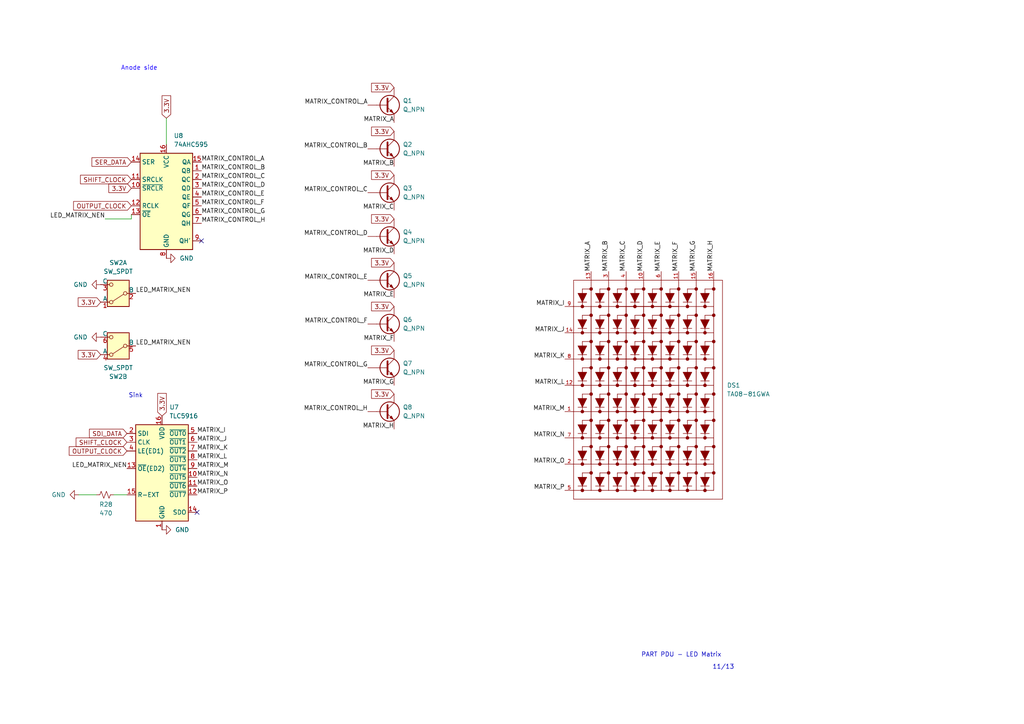
<source format=kicad_sch>
(kicad_sch (version 20250114) (generator "eeschema") (generator_version "9.0")
  (paper "A4")
  (lib_symbols
    (symbol "74xx:74AHC595"
      (property "Reference" "U" (at -7.62 13.97 0))
      (property "Value" "74AHC595" (at -7.62 -16.51 0))
      (symbol "74AHC595_1_0"
        (pin input line (at -10.16 10.16 0) (length 2.54) (name "SER") (number "14"))
        (pin input line (at -10.16 5.08 0) (length 2.54) (name "SRCLK") (number "11"))
        (pin input line (at -10.16 2.54 0) (length 2.54) (name "~{SRCLR}") (number "10"))
        (pin input line (at -10.16 -2.54 0) (length 2.54) (name "RCLK") (number "12"))
        (pin input line (at -10.16 -5.08 0) (length 2.54) (name "~{OE}") (number "13"))
        (pin power_in line (at 0 15.24 270) (length 2.54) (name "VCC") (number "16"))
        (pin power_in line (at 0 -17.78 90) (length 2.54) (name "GND") (number "8"))
        (pin tri_state line (at 10.16 10.16 180) (length 2.54) (name "QA") (number "15"))
        (pin tri_state line (at 10.16 7.62 180) (length 2.54) (name "QB") (number "1"))
        (pin tri_state line (at 10.16 5.08 180) (length 2.54) (name "QC") (number "2"))
        (pin tri_state line (at 10.16 2.54 180) (length 2.54) (name "QD") (number "3"))
        (pin tri_state line (at 10.16 0 180) (length 2.54) (name "QE") (number "4"))
        (pin tri_state line (at 10.16 -2.54 180) (length 2.54) (name "QF") (number "5"))
        (pin tri_state line (at 10.16 -5.08 180) (length 2.54) (name "QG") (number "6"))
        (pin tri_state line (at 10.16 -7.62 180) (length 2.54) (name "QH") (number "7"))
        (pin output line (at 10.16 -12.7 180) (length 2.54) (name "QH'") (number "9"))
      )
    )
    (symbol "Device:Q_NPN" (pin_numbers (hide yes)) (pin_names (offset 0) (hide yes))
      (property "Reference" "Q" (at 5.08 1.27 0))
      (property "Value" "Q_NPN" (at 5.08 -1.27 0))
      (symbol "Q_NPN_1_1"
        (pin input line (at -5.08 0 0) (length 2.54) (name "B") (number "B"))
        (pin passive line (at 2.54 5.08 270) (length 2.54) (name "C") (number "C"))
        (pin passive line (at 2.54 -5.08 90) (length 2.54) (name "E") (number "E"))
      )
    )
    (symbol "Device:R_Small_US" (pin_numbers (hide yes)) (pin_names (offset 0.254) (hide yes))
      (property "Reference" "R" (at 0.762 0.508 0))
      (property "Value" "R_Small_US" (at 0.762 -1.016 0))
      (symbol "R_Small_US_1_1"
        (pin passive line (at 0 2.54 270) (length 1.016) (name "~") (number "1"))
        (pin passive line (at 0 -2.54 90) (length 1.016) (name "~") (number "2"))
      )
    )
    (symbol "Driver_LED:TLC5916"
      (property "Reference" "U" (at -7.62 13.97 0))
      (property "Value" "TLC5916" (at -7.62 -16.51 0))
      (symbol "TLC5916_1_0"
        (pin input line (at -10.16 10.16 0) (length 2.54) (name "SDI") (number "2"))
        (pin input line (at -10.16 7.62 0) (length 2.54) (name "CLK") (number "3"))
        (pin passive line (at -10.16 5.08 0) (length 2.54) (name "LE(ED1)") (number "4"))
        (pin passive line (at -10.16 0 0) (length 2.54) (name "~{OE}(ED2)") (number "13"))
        (pin input line (at -10.16 -7.62 0) (length 2.54) (name "R-EXT") (number "15"))
        (pin power_in line (at 0 15.24 270) (length 2.54) (name "VDD") (number "16"))
        (pin power_in line (at 0 -17.78 90) (length 2.54) (name "GND") (number "1"))
        (pin open_collector line (at 10.16 10.16 180) (length 2.54) (name "~{OUT0}") (number "5"))
        (pin open_collector line (at 10.16 7.62 180) (length 2.54) (name "~{OUT1}") (number "6"))
        (pin open_collector line (at 10.16 5.08 180) (length 2.54) (name "~{OUT2}") (number "7"))
        (pin open_collector line (at 10.16 2.54 180) (length 2.54) (name "~{OUT3}") (number "8"))
        (pin open_collector line (at 10.16 0 180) (length 2.54) (name "~{OUT4}") (number "9"))
        (pin open_collector line (at 10.16 -2.54 180) (length 2.54) (name "~{OUT5}") (number "10"))
        (pin open_collector line (at 10.16 -5.08 180) (length 2.54) (name "~{OUT6}") (number "11"))
        (pin open_collector line (at 10.16 -7.62 180) (length 2.54) (name "~{OUT7}") (number "12"))
        (pin output line (at 10.16 -12.7 180) (length 2.54) (name "SDO") (number "14"))
      )
    )
    (symbol "SW_DPDT_x2_1" (pin_names (offset 0))
      (property "Reference" "SW" (at 0 5.08 0))
      (property "Value" "SW_DPDT_x2" (at 0 -5.08 0))
      (symbol "SW_DPDT_x2_1_1_1"
        (pin passive line (at -5.08 0 0) (length 2.54) (name "B") (number "2"))
        (pin passive line (at 5.08 2.54 180) (length 2.54) (name "A") (number "1"))
        (pin passive line (at 5.08 -2.54 180) (length 2.54) (name "C") (number "3"))
      )
      (symbol "SW_DPDT_x2_1_2_1"
        (pin passive line (at -5.08 0 0) (length 2.54) (name "B") (number "5"))
        (pin passive line (at 5.08 2.54 180) (length 2.54) (name "A") (number "4"))
        (pin passive line (at 5.08 -2.54 180) (length 2.54) (name "C") (number "6"))
      )
    )
    (symbol "Switch:SW_DPDT_x2" (pin_names (offset 0))
      (property "Reference" "SW" (at 0 5.08 0))
      (property "Value" "SW_DPDT_x2" (at 0 -5.08 0))
      (symbol "SW_DPDT_x2_1_1"
        (pin passive line (at -5.08 0 0) (length 2.54) (name "B") (number "2"))
        (pin passive line (at 5.08 2.54 180) (length 2.54) (name "A") (number "1"))
        (pin passive line (at 5.08 -2.54 180) (length 2.54) (name "C") (number "3"))
      )
      (symbol "SW_DPDT_x2_2_1"
        (pin passive line (at -5.08 0 0) (length 2.54) (name "B") (number "5"))
        (pin passive line (at 5.08 2.54 180) (length 2.54) (name "A") (number "4"))
        (pin passive line (at 5.08 -2.54 180) (length 2.54) (name "C") (number "6"))
      )
    )
    (symbol "TA08-81GWA:TA08-81GWA" (pin_names (offset 1.016))
      (property "Reference" "DS" (at -20.32 38.1 0))
      (property "Value" "TA08-81GWA" (at -20.32 -38.1 0))
      (symbol "TA08-81GWA_0_0"
        (pin passive line (at -22.86 22.86 0) (length 2.54) (name "~") (number "9"))
        (pin passive line (at -22.86 15.24 0) (length 2.54) (name "~") (number "14"))
        (pin passive line (at -22.86 7.62 0) (length 2.54) (name "~") (number "8"))
        (pin passive line (at -22.86 0 0) (length 2.54) (name "~") (number "12"))
        (pin passive line (at -22.86 -7.62 0) (length 2.54) (name "~") (number "1"))
        (pin passive line (at -22.86 -15.24 0) (length 2.54) (name "~") (number "7"))
        (pin passive line (at -22.86 -22.86 0) (length 2.54) (name "~") (number "2"))
        (pin passive line (at -22.86 -30.48 0) (length 2.54) (name "~") (number "5"))
        (pin passive line (at -15.24 33.02 270) (length 2.54) (name "~") (number "13"))
        (pin passive line (at -10.16 33.02 270) (length 2.54) (name "~") (number "3"))
        (pin passive line (at -5.08 33.02 270) (length 2.54) (name "~") (number "4"))
        (pin passive line (at 0 33.02 270) (length 2.54) (name "~") (number "10"))
        (pin passive line (at 5.08 33.02 270) (length 2.54) (name "~") (number "6"))
        (pin passive line (at 10.16 33.02 270) (length 2.54) (name "~") (number "11"))
        (pin passive line (at 15.24 33.02 270) (length 2.54) (name "~") (number "15"))
        (pin passive line (at 20.32 33.02 270) (length 2.54) (name "~") (number "16"))
      )
    )
    (symbol "power:GND" (power) (pin_numbers (hide yes)) (pin_names (offset 0) (hide yes))
      (property "Value" "GND" (at 0 -3.81 0))
      (symbol "GND_1_1"
        (pin power_in line (at 0 0 270) (length 0) (name "~") (number "1"))
      )
    )
  )
  (text "11/13" (at 209.804 193.548 0) (effects (font (size 1.27 1.27))))
  (text "PART PDU - LED Matrix" (at 197.612 189.992 0) (effects (font (size 1.27 1.27))))
  (text "Sink" (at 39.37 114.808 0) (effects (font (size 1.27 1.27))))
  (text "Anode side" (at 40.386 19.812 0) (effects (font (size 1.27 1.27))))
  (no_connect (at 58.42 69.85))
  (no_connect (at 57.15 148.59))
  (wire (pts (xy 33.02 143.51) (xy 36.83 143.51)))
  (wire (pts (xy 22.86 143.51) (xy 27.94 143.51)))
  (wire (pts (xy 48.26 34.29) (xy 48.26 41.91)))
  (wire (pts (xy 38.1 63.5) (xy 38.1 62.23)))
  (wire (pts (xy 30.48 63.5) (xy 38.1 63.5)))
  (label "MATRIX_N" (at 57.15 138.43 0))
  (label "MATRIX_CONTROL_D" (at 58.42 54.61 0))
  (label "MATRIX_G" (at 201.93 78.74 90))
  (label "MATRIX_L" (at 57.15 133.35 0))
  (label "MATRIX_CONTROL_E" (at 106.68 81.28 180))
  (label "MATRIX_CONTROL_H" (at 106.68 119.38 180))
  (label "LED_MATRIX_NEN" (at 30.48 63.5 180))
  (label "MATRIX_P" (at 57.15 143.51 0))
  (label "MATRIX_CONTROL_G" (at 58.42 62.23 0))
  (label "MATRIX_M" (at 163.83 119.38 180))
  (label "MATRIX_CONTROL_A" (at 106.68 30.48 180))
  (label "MATRIX_J" (at 163.83 96.52 180))
  (label "MATRIX_A" (at 171.45 78.74 90))
  (label "MATRIX_C" (at 114.3 60.96 180))
  (label "MATRIX_I" (at 57.15 125.73 0))
  (label "MATRIX_J" (at 57.15 128.27 0))
  (label "MATRIX_H" (at 207.01 78.74 90))
  (label "MATRIX_K" (at 163.83 104.14 180))
  (label "MATRIX_CONTROL_C" (at 106.68 55.88 180))
  (label "MATRIX_CONTROL_B" (at 58.42 49.53 0))
  (label "MATRIX_E" (at 191.77 78.74 90))
  (label "MATRIX_K" (at 57.15 130.81 0))
  (label "LED_MATRIX_NEN" (at 39.37 85.09 0))
  (label "MATRIX_G" (at 114.3 111.76 180))
  (label "MATRIX_CONTROL_C" (at 58.42 52.07 0))
  (label "MATRIX_I" (at 163.83 88.9 180))
  (label "MATRIX_CONTROL_F" (at 106.68 93.98 180))
  (label "MATRIX_L" (at 163.83 111.76 180))
  (label "MATRIX_CONTROL_D" (at 106.68 68.58 180))
  (label "MATRIX_B" (at 114.3 48.26 180))
  (label "MATRIX_D" (at 114.3 73.66 180))
  (label "MATRIX_F" (at 114.3 99.06 180))
  (label "MATRIX_P" (at 163.83 142.24 180))
  (label "MATRIX_O" (at 57.15 140.97 0))
  (label "MATRIX_CONTROL_F" (at 58.42 59.69 0))
  (label "MATRIX_CONTROL_A" (at 58.42 46.99 0))
  (label "MATRIX_CONTROL_B" (at 106.68 43.18 180))
  (label "MATRIX_M" (at 57.15 135.89 0))
  (label "LED_MATRIX_NEN" (at 39.37 100.33 0))
  (label "MATRIX_A" (at 114.3 35.56 180))
  (label "MATRIX_N" (at 163.83 127 180))
  (label "MATRIX_D" (at 186.69 78.74 90))
  (label "MATRIX_H" (at 114.3 124.46 180))
  (label "MATRIX_F" (at 196.85 78.74 90))
  (label "MATRIX_CONTROL_G" (at 106.68 106.68 180))
  (label "MATRIX_C" (at 181.61 78.74 90))
  (label "MATRIX_O" (at 163.83 134.62 180))
  (label "MATRIX_CONTROL_E" (at 58.42 57.15 0))
  (label "MATRIX_B" (at 176.53 78.74 90))
  (label "LED_MATRIX_NEN" (at 36.83 135.89 180))
  (label "MATRIX_CONTROL_H" (at 58.42 64.77 0))
  (label "MATRIX_E" (at 114.3 86.36 180))
  (global_label "OUTPUT_CLOCK" (shape input) (at 38.1 59.69 180) (property "Intersheetrefs" "${INTERSHEET_REFS}" (effects (hide yes))))
  (global_label "3.3V" (shape input) (at 114.3 101.6 180) (property "Intersheetrefs" "${INTERSHEET_REFS}" (effects (hide yes))))
  (global_label "3.3V" (shape input) (at 38.1 54.61 180) (property "Intersheetrefs" "${INTERSHEET_REFS}" (effects (hide yes))))
  (global_label "3.3V" (shape input) (at 114.3 88.9 180) (property "Intersheetrefs" "${INTERSHEET_REFS}" (effects (hide yes))))
  (global_label "SHIFT_CLOCK" (shape input) (at 36.83 128.27 180) (property "Intersheetrefs" "${INTERSHEET_REFS}" (effects (hide yes))))
  (global_label "3.3V" (shape input) (at 46.99 120.65 90) (property "Intersheetrefs" "${INTERSHEET_REFS}" (effects (hide yes))))
  (global_label "SDI_DATA" (shape input) (at 36.83 125.73 180) (property "Intersheetrefs" "${INTERSHEET_REFS}" (effects (hide yes))))
  (global_label "SER_DATA" (shape input) (at 38.1 46.99 180) (property "Intersheetrefs" "${INTERSHEET_REFS}" (effects (hide yes))))
  (global_label "OUTPUT_CLOCK" (shape input) (at 36.83 130.81 180) (property "Intersheetrefs" "${INTERSHEET_REFS}" (effects (hide yes))))
  (global_label "3.3V" (shape input) (at 48.26 34.29 90) (property "Intersheetrefs" "${INTERSHEET_REFS}" (effects (hide yes))))
  (global_label "SHIFT_CLOCK" (shape input) (at 38.1 52.07 180) (property "Intersheetrefs" "${INTERSHEET_REFS}" (effects (hide yes))))
  (global_label "3.3V" (shape input) (at 29.21 102.87 180) (property "Intersheetrefs" "${INTERSHEET_REFS}" (effects (hide yes))))
  (global_label "3.3V" (shape input) (at 114.3 50.8 180) (property "Intersheetrefs" "${INTERSHEET_REFS}" (effects (hide yes))))
  (global_label "3.3V" (shape input) (at 29.21 87.63 180) (property "Intersheetrefs" "${INTERSHEET_REFS}" (effects (hide yes))))
  (global_label "3.3V" (shape input) (at 114.3 25.4 180) (property "Intersheetrefs" "${INTERSHEET_REFS}" (effects (hide yes))))
  (global_label "3.3V" (shape input) (at 114.3 76.2 180) (property "Intersheetrefs" "${INTERSHEET_REFS}" (effects (hide yes))))
  (global_label "3.3V" (shape input) (at 114.3 114.3 180) (property "Intersheetrefs" "${INTERSHEET_REFS}" (effects (hide yes))))
  (global_label "3.3V" (shape input) (at 114.3 63.5 180) (property "Intersheetrefs" "${INTERSHEET_REFS}" (effects (hide yes))))
  (global_label "3.3V" (shape input) (at 114.3 38.1 180) (property "Intersheetrefs" "${INTERSHEET_REFS}" (effects (hide yes))))
  (symbol (lib_id "power:GND") (at 22.86 143.51 270) (unit 1)
    (property "Reference" "#PWR050" (effects (hide yes)))
    (property "Value" "GND" (at 19.05 143.5099 90) (effects (justify right)))
    (property "Description" "Power symbol creates a global label with name \"GND\" , ground" (effects (hide yes)))
  )
  (symbol (lib_id "Device:Q_NPN") (at 111.76 30.48 0) (unit 1)
    (property "Reference" "Q1" (at 116.84 29.2099 0) (effects (justify left)))
    (property "Value" "Q_NPN" (at 116.84 31.7499 0) (effects (justify left)))
    (property "Footprint" "All:TSOT-23-Fixed" (effects (hide yes)))
    (property "Description" "NPN bipolar junction transistor" (effects (hide yes)))
    (property "MP" "MMBT3904-TP" (effects (hide yes)))
  )
  (symbol (lib_id "power:GND") (at 48.26 74.93 90) (unit 1)
    (property "Reference" "#PWR054" (effects (hide yes)))
    (property "Value" "GND" (at 52.07 74.9299 90) (effects (justify right)))
    (property "Description" "Power symbol creates a global label with name \"GND\" , ground" (effects (hide yes)))
  )
  (symbol (lib_id "power:GND") (at 29.21 97.79 270) (unit 1)
    (property "Reference" "#PWR052" (effects (hide yes)))
    (property "Value" "GND" (at 25.4 97.79 90) (effects (justify right)))
    (property "Description" "Power symbol creates a global label with name \"GND\" , ground" (effects (hide yes)))
  )
  (symbol (lib_name "SW_DPDT_x2_1") (lib_id "Switch:SW_DPDT_x2") (at 34.29 100.33 180) (unit 2)
    (property "Reference" "SW2" (at 34.29 109.22 0))
    (property "Value" "SW_SPDT" (at 34.29 106.68 0))
    (property "Footprint" "All:JS202011SCQN" (effects (hide yes)))
    (property "Description" "Switch, dual pole double throw, separate symbols" (effects (hide yes)))
    (property "MP" "JS202011SCQN" (effects (hide yes)))
  )
  (symbol (lib_id "Device:R_Small_US") (at 30.48 143.51 90) (unit 1)
    (property "Reference" "R28" (at 30.734 146.304 90))
    (property "Value" "470" (at 30.734 148.844 90))
    (property "Footprint" "Resistor_SMD:R_0603_1608Metric_Pad0.98x0.95mm_HandSolder" (effects (hide yes)))
    (property "Description" "Resistor, small US symbol" (effects (hide yes)))
    (property "MP" "CRGCQ0603F470R" (effects (hide yes)))
  )
  (symbol (lib_id "Driver_LED:TLC5916") (at 46.99 135.89 0) (unit 1) (in_bom no)
    (property "Reference" "U7" (at 49.1333 118.11 0) (effects (justify left)))
    (property "Value" "TLC5916" (at 49.1333 120.65 0) (effects (justify left)))
    (property "Footprint" "Package_DIP:DIP-16_W7.62mm" (effects (hide yes)))
    (property "Datasheet" "https://www.ti.com/lit/ds/symlink/tlc5916.pdf" (effects (hide yes)))
    (property "Description" "8-Channel Constant-Current LED Sink Driver" (effects (hide yes)))
    (property "MP" "TLC5916IN" (effects (hide yes)))
  )
  (symbol (lib_id "Device:Q_NPN") (at 111.76 81.28 0) (unit 1)
    (property "Reference" "Q5" (at 116.84 80.0099 0) (effects (justify left)))
    (property "Value" "Q_NPN" (at 116.84 82.5499 0) (effects (justify left)))
    (property "Footprint" "All:TSOT-23-Fixed" (effects (hide yes)))
    (property "Description" "NPN bipolar junction transistor" (effects (hide yes)))
    (property "MP" "MMBT3904-TP" (effects (hide yes)))
  )
  (symbol (lib_id "Device:Q_NPN") (at 111.76 68.58 0) (unit 1)
    (property "Reference" "Q4" (at 116.84 67.3099 0) (effects (justify left)))
    (property "Value" "Q_NPN" (at 116.84 69.8499 0) (effects (justify left)))
    (property "Footprint" "All:TSOT-23-Fixed" (effects (hide yes)))
    (property "Description" "NPN bipolar junction transistor" (effects (hide yes)))
    (property "MP" "MMBT3904-TP" (effects (hide yes)))
  )
  (symbol (lib_id "Device:Q_NPN") (at 111.76 93.98 0) (unit 1)
    (property "Reference" "Q6" (at 116.84 92.7099 0) (effects (justify left)))
    (property "Value" "Q_NPN" (at 116.84 95.2499 0) (effects (justify left)))
    (property "Footprint" "All:TSOT-23-Fixed" (effects (hide yes)))
    (property "Description" "NPN bipolar junction transistor" (effects (hide yes)))
    (property "MP" "MMBT3904-TP" (effects (hide yes)))
  )
  (symbol (lib_id "power:GND") (at 29.21 82.55 270) (unit 1)
    (property "Reference" "#PWR051" (effects (hide yes)))
    (property "Value" "GND" (at 25.4 82.55 90) (effects (justify right)))
    (property "Description" "Power symbol creates a global label with name \"GND\" , ground" (effects (hide yes)))
  )
  (symbol (lib_id "Device:Q_NPN") (at 111.76 119.38 0) (unit 1)
    (property "Reference" "Q8" (at 116.84 118.1099 0) (effects (justify left)))
    (property "Value" "Q_NPN" (at 116.84 120.6499 0) (effects (justify left)))
    (property "Footprint" "All:TSOT-23-Fixed" (effects (hide yes)))
    (property "Description" "NPN bipolar junction transistor" (effects (hide yes)))
    (property "MP" "MMBT3904-TP" (effects (hide yes)))
  )
  (symbol (lib_id "Device:Q_NPN") (at 111.76 43.18 0) (unit 1)
    (property "Reference" "Q2" (at 116.84 41.9099 0) (effects (justify left)))
    (property "Value" "Q_NPN" (at 116.84 44.4499 0) (effects (justify left)))
    (property "Footprint" "All:TSOT-23-Fixed" (effects (hide yes)))
    (property "Description" "NPN bipolar junction transistor" (effects (hide yes)))
    (property "MP" "MMBT3904-TP" (effects (hide yes)))
  )
  (symbol (lib_id "TA08-81GWA:TA08-81GWA") (at 186.69 111.76 0) (unit 1)
    (property "Reference" "DS1" (at 210.82 111.7599 0) (effects (justify left)))
    (property "Value" "TA08-81GWA" (at 210.82 114.2999 0) (effects (justify left)))
    (property "Footprint" "external_symbols:DISPLAY_TA08-81GWA" (effects (hide yes)))
    (property "MF" "Kingbright" (effects (hide yes)))
    (property "MAXIMUM_PACKAGE_HEIGHT" "6.0mm" (effects (hide yes)))
    (property "Package" "Package" (effects (hide yes)))
    (property "Price" "None" (effects (hide yes)))
    (property "Check_prices" "https://www.snapeda.com/parts/TA08-81GWA/Kingbright/view-part/?ref=eda" (effects (hide yes)))
    (property "STANDARD" "Manufacturer recommendations" (effects (hide yes)))
    (property "PARTREV" "V.11A" (effects (hide yes)))
    (property "SnapEDA_Link" "https://www.snapeda.com/parts/TA08-81GWA/Kingbright/view-part/?ref=snap" (effects (hide yes)))
    (property "MP" "TA08-81GWA" (effects (hide yes)))
    (property "Description_1" "DISPLAY, DOT MATRIX, 0.8, 8X8, GREEN; Display Dots x Lines: 8 x 8; LED Colour: Gr" (effects (hide yes)))
    (property "Availability" "Not in stock" (effects (hide yes)))
    (property "MANUFACTURER" "Kingbright" (effects (hide yes)))
  )
  (symbol (lib_id "Switch:SW_DPDT_x2") (at 34.29 85.09 180) (unit 1)
    (property "Reference" "SW2" (at 34.29 76.2 0))
    (property "Value" "SW_SPDT" (at 34.29 78.74 0))
    (property "Footprint" "All:JS202011SCQN" (effects (hide yes)))
    (property "Description" "Switch, dual pole double throw, separate symbols" (effects (hide yes)))
    (property "MP" "JS202011SCQN" (effects (hide yes)))
  )
  (symbol (lib_id "Device:Q_NPN") (at 111.76 55.88 0) (unit 1)
    (property "Reference" "Q3" (at 116.84 54.6099 0) (effects (justify left)))
    (property "Value" "Q_NPN" (at 116.84 57.1499 0) (effects (justify left)))
    (property "Footprint" "All:TSOT-23-Fixed" (effects (hide yes)))
    (property "Description" "NPN bipolar junction transistor" (effects (hide yes)))
    (property "MP" "MMBT3904-TP" (effects (hide yes)))
  )
  (symbol (lib_id "Device:Q_NPN") (at 111.76 106.68 0) (unit 1)
    (property "Reference" "Q7" (at 116.84 105.4099 0) (effects (justify left)))
    (property "Value" "Q_NPN" (at 116.84 107.9499 0) (effects (justify left)))
    (property "Footprint" "All:TSOT-23-Fixed" (effects (hide yes)))
    (property "Description" "NPN bipolar junction transistor" (effects (hide yes)))
    (property "MP" "MMBT3904-TP" (effects (hide yes)))
  )
  (symbol (lib_id "power:GND") (at 46.99 153.67 90) (unit 1)
    (property "Reference" "#PWR053" (effects (hide yes)))
    (property "Value" "GND" (at 50.8 153.6699 90) (effects (justify right)))
    (property "Description" "Power symbol creates a global label with name \"GND\" , ground" (effects (hide yes)))
  )
  (symbol (lib_id "74xx:74AHC595") (at 48.26 57.15 0) (unit 1) (in_bom no)
    (property "Reference" "U8" (at 50.4033 39.37 0) (effects (justify left)))
    (property "Value" "74AHC595" (at 50.4033 41.91 0) (effects (justify left)))
    (property "Footprint" "Package_DIP:DIP-16_W7.62mm" (effects (hide yes)))
    (property "Datasheet" "https://assets.nexperia.com/documents/data-sheet/74AHC_AHCT595.pdf" (effects (hide yes)))
    (property "Description" "8-bit serial in/out Shift Register 3-State Outputs" (effects (hide yes)))
    (property "MP" "SN74AHC595N" (effects (hide yes)))
  )
)
</source>
